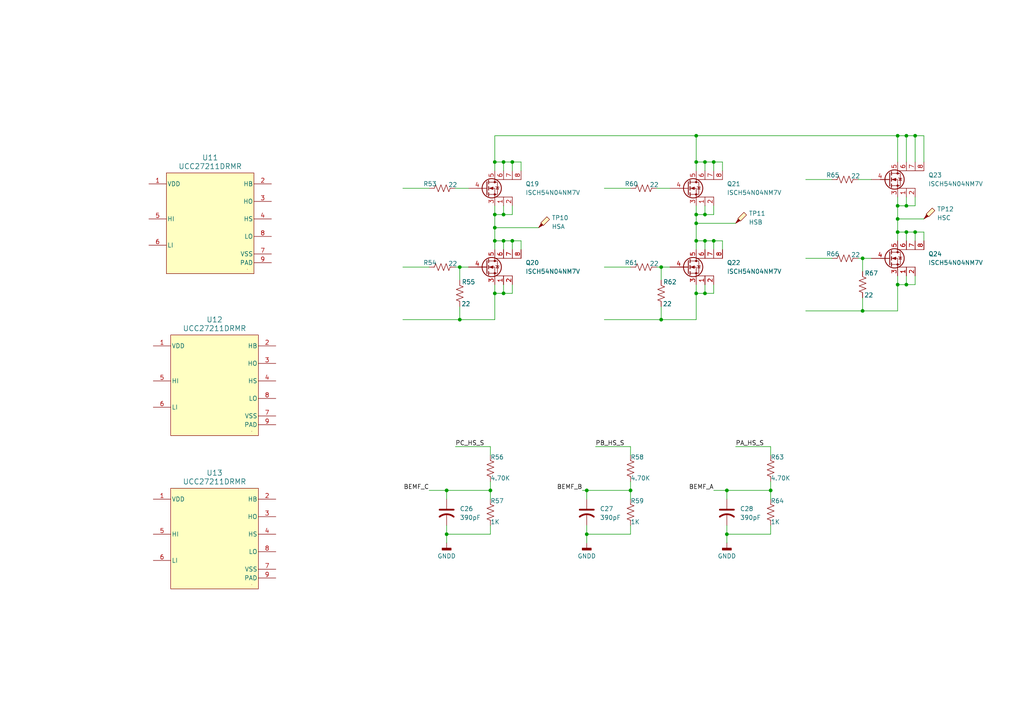
<source format=kicad_sch>
(kicad_sch (version 20250114) (generator "eeschema") (generator_version "9.0")
  (paper "A4")
  (lib_symbols
    (symbol "AzizFaozi:ISCH54N04NM7V" (pin_names (offset 0) (hide yes))
      (property "Reference" "Q" (at 5.08 1.905 0))
      (property "Value" "ISCH54N04NM7V" (at 5.08 0 0))
      (symbol "ISCH54N04NM7V_0_1"
        (polyline (pts (xy 0.254 1.905) (xy 0.254 -1.905)) (stroke (width 0.254)))
        (polyline (pts (xy 0.254 0) (xy -2.54 0)))
        (polyline (pts (xy 0.762 2.286) (xy 0.762 1.27)) (stroke (width 0.254)))
        (polyline (pts (xy 0.762 0.508) (xy 0.762 -0.508)) (stroke (width 0.254)))
        (polyline (pts (xy 0.762 -1.27) (xy 0.762 -2.286)) (stroke (width 0.254)))
        (polyline (pts (xy 0.762 -1.778) (xy 3.302 -1.778) (xy 3.302 1.778) (xy 0.762 1.778)))
        (polyline (pts (xy 1.016 0) (xy 2.032 0.381) (xy 2.032 -0.381) (xy 1.016 0)) (fill (type outline)))
        (circle (center 1.651 0) (radius 2.794) (stroke (width 0.254)))
        (polyline (pts (xy 2.54 2.54) (xy 2.54 1.778)))
        (circle (center 2.54 1.778) (radius 0.254) (fill (type outline)))
        (circle (center 2.54 -1.778) (radius 0.254) (fill (type outline)))
        (polyline (pts (xy 2.54 -2.54) (xy 2.54 0) (xy 0.762 0)))
        (polyline (pts (xy 2.794 0.508) (xy 2.921 0.381) (xy 3.683 0.381) (xy 3.81 0.254)))
        (polyline (pts (xy 3.302 0.381) (xy 2.921 -0.254) (xy 3.683 -0.254) (xy 3.302 0.381)))
        (polyline (pts (xy 7.62 -2.54) (xy 2.54 -2.54)))
        (polyline (pts (xy 10.16 2.54) (xy 2.54 2.54)))
      )
      (symbol "ISCH54N04NM7V_1_0"
        (pin input line (at 7.62 5.08 270) (length 2.54) (name "D") (number "7"))
        (pin input line (at 10.16 5.08 270) (length 2.54) (name "D") (number "8"))
      )
      (symbol "ISCH54N04NM7V_1_1"
        (pin input line (at -5.08 0 0) (length 5.08) (name "G") (number "4"))
        (pin passive line (at 2.54 5.08 270) (length 2.54) (name "D") (number "5"))
        (pin passive line (at 2.54 -5.08 90) (length 2.54) (name "S") (number "3"))
        (pin input line (at 5.08 5.08 270) (length 2.54) (name "D") (number "6"))
        (pin passive line (at 5.08 -5.08 90) (length 2.54) (name "S") (number "1"))
        (pin passive line (at 7.62 -5.08 90) (length 2.54) (name "S") (number "2"))
      )
    )
    (symbol "Connector:TestPoint_Probe" (pin_numbers (hide yes)) (pin_names (offset 0.762) (hide yes))
      (property "Reference" "TP" (at 1.651 5.842 0))
      (property "Value" "TestPoint_Probe" (at 1.651 4.064 0))
      (symbol "TestPoint_Probe_0_1"
        (polyline (pts (xy 1.27 0.762) (xy 0 0) (xy 0.762 1.27) (xy 1.27 0.762)) (fill (type outline)))
        (polyline (pts (xy 1.397 0.635) (xy 0.635 1.397) (xy 2.413 3.175) (xy 3.175 2.413) (xy 1.397 0.635)) (fill (type background)))
      )
      (symbol "TestPoint_Probe_1_1"
        (pin passive line (at 0 0 90) (length 0) (name "1") (number "1"))
      )
    )
    (symbol "Device:C_US" (pin_numbers (hide yes)) (pin_names (offset 0.254) (hide yes))
      (property "Reference" "C" (at 0.635 2.54 0))
      (property "Value" "C_US" (at 0.635 -2.54 0))
      (symbol "C_US_0_1"
        (polyline (pts (xy -2.032 0.762) (xy 2.032 0.762)) (stroke (width 0.508)))
        (arc (start -2.032 -1.27) (mid 0 -0.5572) (end 2.032 -1.27) (stroke (width 0.508)))
      )
      (symbol "C_US_1_1"
        (pin passive line (at 0 3.81 270) (length 2.794) (name "~") (number "1"))
        (pin passive line (at 0 -3.81 90) (length 3.302) (name "~") (number "2"))
      )
    )
    (symbol "Device:R_US" (pin_numbers (hide yes)) (pin_names (offset 0))
      (property "Reference" "R" (at 2.54 0 90))
      (property "Value" "R_US" (at -2.54 0 90))
      (symbol "R_US_0_1"
        (polyline (pts (xy 0 2.286) (xy 0 2.54)))
        (polyline (pts (xy 0 2.286) (xy 1.016 1.905) (xy 0 1.524) (xy -1.016 1.143) (xy 0 0.762)))
        (polyline (pts (xy 0 0.762) (xy 1.016 0.381) (xy 0 0) (xy -1.016 -0.381) (xy 0 -0.762)))
        (polyline (pts (xy 0 -0.762) (xy 1.016 -1.143) (xy 0 -1.524) (xy -1.016 -1.905) (xy 0 -2.286)))
        (polyline (pts (xy 0 -2.286) (xy 0 -2.54)))
      )
      (symbol "R_US_1_1"
        (pin passive line (at 0 3.81 270) (length 1.27) (name "~") (number "1"))
        (pin passive line (at 0 -3.81 90) (length 1.27) (name "~") (number "2"))
      )
    )
    (symbol "droneUltimate:UCC27211DRMR" (pin_names (offset 0.254))
      (property "Reference" "U" (at 0 2.54 0))
      (property "Value" "UCC27211DRMR" (at 0 0 0))
      (symbol "UCC27211DRMR_0_1"
        (pin power_in line (at -17.78 10.16 0) (length 5.08) (name "VDD") (number "1"))
        (pin input line (at -17.78 0 0) (length 5.08) (name "HI") (number "5"))
        (pin input line (at -17.78 -7.62 0) (length 5.08) (name "LI") (number "6"))
        (pin power_in line (at 17.78 10.16 180) (length 5.08) (name "HB") (number "2"))
        (pin output line (at 17.78 5.08 180) (length 5.08) (name "HO") (number "3"))
        (pin power_in line (at 17.78 0 180) (length 5.08) (name "HS") (number "4"))
        (pin output line (at 17.78 -5.08 180) (length 5.08) (name "LO") (number "8"))
        (pin power_in line (at 17.78 -10.16 180) (length 5.08) (name "VSS") (number "7"))
        (pin unspecified line (at 17.78 -12.7 180) (length 5.08) (name "PAD") (number "9"))
      )
      (symbol "UCC27211DRMR_1_1"
        (rectangle (start -12.7 13.335) (end 12.7 -15.875) (fill (type background)))
        (rectangle (start 10.795 -14.605) (end 10.795 -14.605))
      )
    )
    (symbol "power:GNDD" (power) (pin_numbers (hide yes)) (pin_names (offset 0) (hide yes))
      (property "Value" "GNDD" (at 0 -3.175 0))
      (symbol "GNDD_0_1"
        (rectangle (start -1.27 -1.524) (end 1.27 -2.032) (stroke (width 0.254)) (fill (type outline)))
        (polyline (pts (xy 0 0) (xy 0 -1.524)))
      )
      (symbol "GNDD_1_1"
        (pin power_in line (at 0 0 270) (length 0) (name "~") (number "1"))
      )
    )
  )
  (junction (at 201.93 64.77))
  (junction (at 170.18 142.24))
  (junction (at 260.35 59.69))
  (junction (at 262.89 67.31))
  (junction (at 143.51 62.23))
  (junction (at 210.82 142.24))
  (junction (at 143.51 66.04))
  (junction (at 262.89 82.55))
  (junction (at 146.05 69.85))
  (junction (at 142.24 142.24))
  (junction (at 170.18 154.94))
  (junction (at 204.47 62.23))
  (junction (at 133.35 92.71))
  (junction (at 201.93 69.85))
  (junction (at 146.05 62.23))
  (junction (at 191.77 77.47))
  (junction (at 146.05 46.99))
  (junction (at 260.35 82.55))
  (junction (at 143.51 69.85))
  (junction (at 210.82 154.94))
  (junction (at 204.47 46.99))
  (junction (at 133.35 77.47))
  (junction (at 204.47 85.09))
  (junction (at 143.51 46.99))
  (junction (at 201.93 46.99))
  (junction (at 260.35 67.31))
  (junction (at 201.93 62.23))
  (junction (at 201.93 39.37))
  (junction (at 207.01 69.85))
  (junction (at 191.77 92.71))
  (junction (at 129.54 142.24))
  (junction (at 262.89 59.69))
  (junction (at 265.43 39.37))
  (junction (at 260.35 39.37))
  (junction (at 265.43 67.31))
  (junction (at 148.59 46.99))
  (junction (at 250.19 74.93))
  (junction (at 262.89 39.37))
  (junction (at 182.88 142.24))
  (junction (at 146.05 85.09))
  (junction (at 201.93 85.09))
  (junction (at 223.52 142.24))
  (junction (at 207.01 46.99))
  (junction (at 143.51 85.09))
  (junction (at 148.59 69.85))
  (junction (at 129.54 154.94))
  (junction (at 250.19 90.17))
  (junction (at 260.35 63.5))
  (junction (at 204.47 69.85))
  (wire (pts (xy 262.89 67.31) (xy 260.35 67.31)))
  (wire (pts (xy 262.89 80.01) (xy 262.89 82.55)))
  (wire (pts (xy 175.26 92.71) (xy 191.77 92.71)))
  (wire (pts (xy 262.89 82.55) (xy 260.35 82.55)))
  (wire (pts (xy 260.35 63.5) (xy 260.35 67.31)))
  (wire (pts (xy 124.46 142.24) (xy 129.54 142.24)))
  (wire (pts (xy 233.68 90.17) (xy 250.19 90.17)))
  (wire (pts (xy 260.35 57.15) (xy 260.35 59.69)))
  (wire (pts (xy 204.47 85.09) (xy 201.93 85.09)))
  (wire (pts (xy 201.93 46.99) (xy 201.93 49.53)))
  (wire (pts (xy 129.54 142.24) (xy 142.24 142.24)))
  (wire (pts (xy 132.08 129.54) (xy 142.24 129.54)))
  (wire (pts (xy 267.97 39.37) (xy 267.97 46.99)))
  (wire (pts (xy 170.18 142.24) (xy 182.88 142.24)))
  (wire (pts (xy 204.47 46.99) (xy 204.47 49.53)))
  (wire (pts (xy 143.51 59.69) (xy 143.51 62.23)))
  (wire (pts (xy 260.35 80.01) (xy 260.35 82.55)))
  (wire (pts (xy 267.97 67.31) (xy 265.43 67.31)))
  (wire (pts (xy 210.82 154.94) (xy 210.82 157.48)))
  (wire (pts (xy 129.54 152.4) (xy 129.54 154.94)))
  (wire (pts (xy 233.68 74.93) (xy 241.3 74.93)))
  (wire (pts (xy 223.52 152.4) (xy 223.52 154.94)))
  (wire (pts (xy 132.08 77.47) (xy 133.35 77.47)))
  (wire (pts (xy 207.01 59.69) (xy 207.01 62.23)))
  (wire (pts (xy 143.51 66.04) (xy 156.21 66.04)))
  (wire (pts (xy 175.26 54.61) (xy 182.88 54.61)))
  (wire (pts (xy 182.88 152.4) (xy 182.88 154.94)))
  (wire (pts (xy 207.01 82.55) (xy 207.01 85.09)))
  (wire (pts (xy 262.89 59.69) (xy 260.35 59.69)))
  (wire (pts (xy 133.35 92.71) (xy 143.51 92.71)))
  (wire (pts (xy 260.35 39.37) (xy 262.89 39.37)))
  (wire (pts (xy 223.52 142.24) (xy 223.52 144.78)))
  (wire (pts (xy 223.52 139.7) (xy 223.52 142.24)))
  (wire (pts (xy 168.91 142.24) (xy 170.18 142.24)))
  (wire (pts (xy 146.05 69.85) (xy 143.51 69.85)))
  (wire (pts (xy 175.26 77.47) (xy 182.88 77.47)))
  (wire (pts (xy 262.89 39.37) (xy 265.43 39.37)))
  (wire (pts (xy 209.55 72.39) (xy 209.55 69.85)))
  (wire (pts (xy 250.19 86.36) (xy 250.19 90.17)))
  (wire (pts (xy 265.43 67.31) (xy 262.89 67.31)))
  (wire (pts (xy 201.93 82.55) (xy 201.93 85.09)))
  (wire (pts (xy 201.93 85.09) (xy 201.93 92.71)))
  (wire (pts (xy 265.43 82.55) (xy 262.89 82.55)))
  (wire (pts (xy 223.52 132.08) (xy 223.52 129.54)))
  (wire (pts (xy 143.51 66.04) (xy 143.51 69.85)))
  (wire (pts (xy 204.47 82.55) (xy 204.47 85.09)))
  (wire (pts (xy 146.05 46.99) (xy 143.51 46.99)))
  (wire (pts (xy 148.59 46.99) (xy 146.05 46.99)))
  (wire (pts (xy 267.97 69.85) (xy 267.97 67.31)))
  (wire (pts (xy 209.55 46.99) (xy 207.01 46.99)))
  (wire (pts (xy 190.5 54.61) (xy 194.31 54.61)))
  (wire (pts (xy 260.35 82.55) (xy 260.35 90.17)))
  (wire (pts (xy 182.88 142.24) (xy 182.88 144.78)))
  (wire (pts (xy 116.84 77.47) (xy 124.46 77.47)))
  (wire (pts (xy 250.19 90.17) (xy 260.35 90.17)))
  (wire (pts (xy 207.01 62.23) (xy 204.47 62.23)))
  (wire (pts (xy 143.51 69.85) (xy 143.51 72.39)))
  (wire (pts (xy 265.43 80.01) (xy 265.43 82.55)))
  (wire (pts (xy 209.55 69.85) (xy 207.01 69.85)))
  (wire (pts (xy 248.92 52.07) (xy 252.73 52.07)))
  (wire (pts (xy 260.35 67.31) (xy 260.35 69.85)))
  (wire (pts (xy 250.19 78.74) (xy 250.19 74.93)))
  (wire (pts (xy 207.01 69.85) (xy 204.47 69.85)))
  (wire (pts (xy 116.84 54.61) (xy 124.46 54.61)))
  (wire (pts (xy 207.01 85.09) (xy 204.47 85.09)))
  (wire (pts (xy 248.92 74.93) (xy 250.19 74.93)))
  (wire (pts (xy 207.01 69.85) (xy 207.01 72.39)))
  (wire (pts (xy 142.24 152.4) (xy 142.24 154.94)))
  (wire (pts (xy 190.5 77.47) (xy 191.77 77.47)))
  (wire (pts (xy 142.24 132.08) (xy 142.24 129.54)))
  (wire (pts (xy 170.18 154.94) (xy 170.18 157.48)))
  (wire (pts (xy 204.47 69.85) (xy 201.93 69.85)))
  (wire (pts (xy 142.24 142.24) (xy 142.24 144.78)))
  (wire (pts (xy 207.01 142.24) (xy 210.82 142.24)))
  (wire (pts (xy 148.59 69.85) (xy 146.05 69.85)))
  (wire (pts (xy 201.93 62.23) (xy 201.93 64.77)))
  (wire (pts (xy 148.59 62.23) (xy 146.05 62.23)))
  (wire (pts (xy 142.24 139.7) (xy 142.24 142.24)))
  (wire (pts (xy 170.18 144.78) (xy 170.18 142.24)))
  (wire (pts (xy 204.47 62.23) (xy 201.93 62.23)))
  (wire (pts (xy 143.51 39.37) (xy 201.93 39.37)))
  (wire (pts (xy 191.77 88.9) (xy 191.77 92.71)))
  (wire (pts (xy 213.36 64.77) (xy 201.93 64.77)))
  (wire (pts (xy 210.82 142.24) (xy 223.52 142.24)))
  (wire (pts (xy 191.77 81.28) (xy 191.77 77.47)))
  (wire (pts (xy 210.82 154.94) (xy 223.52 154.94)))
  (wire (pts (xy 146.05 62.23) (xy 143.51 62.23)))
  (wire (pts (xy 146.05 69.85) (xy 146.05 72.39)))
  (wire (pts (xy 146.05 82.55) (xy 146.05 85.09)))
  (wire (pts (xy 129.54 154.94) (xy 142.24 154.94)))
  (wire (pts (xy 262.89 67.31) (xy 262.89 69.85)))
  (wire (pts (xy 143.51 49.53) (xy 143.51 46.99)))
  (wire (pts (xy 204.47 69.85) (xy 204.47 72.39)))
  (wire (pts (xy 210.82 144.78) (xy 210.82 142.24)))
  (wire (pts (xy 148.59 46.99) (xy 148.59 49.53)))
  (wire (pts (xy 143.51 85.09) (xy 143.51 92.71)))
  (wire (pts (xy 182.88 132.08) (xy 182.88 129.54)))
  (wire (pts (xy 260.35 39.37) (xy 260.35 46.99)))
  (wire (pts (xy 172.72 129.54) (xy 182.88 129.54)))
  (wire (pts (xy 133.35 81.28) (xy 133.35 77.47)))
  (wire (pts (xy 143.51 62.23) (xy 143.51 66.04)))
  (wire (pts (xy 170.18 152.4) (xy 170.18 154.94)))
  (wire (pts (xy 191.77 77.47) (xy 194.31 77.47)))
  (wire (pts (xy 146.05 46.99) (xy 146.05 49.53)))
  (wire (pts (xy 151.13 72.39) (xy 151.13 69.85)))
  (wire (pts (xy 210.82 152.4) (xy 210.82 154.94)))
  (wire (pts (xy 151.13 49.53) (xy 151.13 46.99)))
  (wire (pts (xy 213.36 129.54) (xy 223.52 129.54)))
  (wire (pts (xy 260.35 59.69) (xy 260.35 63.5)))
  (wire (pts (xy 146.05 59.69) (xy 146.05 62.23)))
  (wire (pts (xy 265.43 57.15) (xy 265.43 59.69)))
  (wire (pts (xy 201.93 39.37) (xy 260.35 39.37)))
  (wire (pts (xy 143.51 46.99) (xy 143.51 39.37)))
  (wire (pts (xy 116.84 92.71) (xy 133.35 92.71)))
  (wire (pts (xy 233.68 52.07) (xy 241.3 52.07)))
  (wire (pts (xy 201.93 69.85) (xy 201.93 72.39)))
  (wire (pts (xy 148.59 82.55) (xy 148.59 85.09)))
  (wire (pts (xy 143.51 82.55) (xy 143.51 85.09)))
  (wire (pts (xy 204.47 59.69) (xy 204.47 62.23)))
  (wire (pts (xy 129.54 154.94) (xy 129.54 157.48)))
  (wire (pts (xy 148.59 69.85) (xy 148.59 72.39)))
  (wire (pts (xy 201.93 39.37) (xy 201.93 46.99)))
  (wire (pts (xy 170.18 154.94) (xy 182.88 154.94)))
  (wire (pts (xy 133.35 77.47) (xy 135.89 77.47)))
  (wire (pts (xy 262.89 57.15) (xy 262.89 59.69)))
  (wire (pts (xy 260.35 63.5) (xy 267.97 63.5)))
  (wire (pts (xy 262.89 39.37) (xy 262.89 46.99)))
  (wire (pts (xy 151.13 46.99) (xy 148.59 46.99)))
  (wire (pts (xy 265.43 39.37) (xy 267.97 39.37)))
  (wire (pts (xy 148.59 59.69) (xy 148.59 62.23)))
  (wire (pts (xy 129.54 144.78) (xy 129.54 142.24)))
  (wire (pts (xy 265.43 59.69) (xy 262.89 59.69)))
  (wire (pts (xy 151.13 69.85) (xy 148.59 69.85)))
  (wire (pts (xy 250.19 74.93) (xy 252.73 74.93)))
  (wire (pts (xy 204.47 46.99) (xy 201.93 46.99)))
  (wire (pts (xy 132.08 54.61) (xy 135.89 54.61)))
  (wire (pts (xy 148.59 85.09) (xy 146.05 85.09)))
  (wire (pts (xy 207.01 46.99) (xy 204.47 46.99)))
  (wire (pts (xy 201.93 64.77) (xy 201.93 69.85)))
  (wire (pts (xy 209.55 49.53) (xy 209.55 46.99)))
  (wire (pts (xy 201.93 59.69) (xy 201.93 62.23)))
  (wire (pts (xy 265.43 67.31) (xy 265.43 69.85)))
  (wire (pts (xy 146.05 85.09) (xy 143.51 85.09)))
  (wire (pts (xy 133.35 88.9) (xy 133.35 92.71)))
  (wire (pts (xy 191.77 92.71) (xy 201.93 92.71)))
  (wire (pts (xy 207.01 46.99) (xy 207.01 49.53)))
  (wire (pts (xy 265.43 39.37) (xy 265.43 46.99)))
  (wire (pts (xy 182.88 139.7) (xy 182.88 142.24)))
  (label "PC_HS_S" (at 132.08 129.54 0))
  (label "BEMF_B" (at 168.91 142.24 180))
  (label "PA_HS_S" (at 213.36 129.54 0))
  (label "PB_HS_S" (at 172.72 129.54 0))
  (label "BEMF_A" (at 207.01 142.24 180))
  (label "BEMF_C" (at 124.46 142.24 180))
  (symbol (lib_id "Connector:TestPoint_Probe") (at 213.36 64.77 0) (unit 1)
    (property "Reference" "TP11" (at 217.17 61.9124 0) (effects (justify left)))
    (property "Value" "HSB" (at 217.17 64.4524 0) (effects (justify left)))
    (property "Footprint" "MountingHole:MountingHole_2.2mm_M2_Pad" (effects (hide yes)))
    (property "Description" "test point (alternative probe-style design)" (effects (hide yes)))
  )
  (symbol (lib_id "Connector:TestPoint_Probe") (at 156.21 66.04 0) (unit 1)
    (property "Reference" "TP10" (at 160.02 63.1824 0) (effects (justify left)))
    (property "Value" "HSA" (at 160.02 65.7224 0) (effects (justify left)))
    (property "Footprint" "MountingHole:MountingHole_2.2mm_M2_Pad" (effects (hide yes)))
    (property "Description" "test point (alternative probe-style design)" (effects (hide yes)))
  )
  (symbol (lib_id "AzizFaozi:ISCH54N04NM7V") (at 199.39 77.47 0) (unit 1)
    (property "Reference" "Q22" (at 210.82 76.1999 0) (effects (justify left)))
    (property "Value" "ISCH54N04NM7V" (at 210.82 78.7399 0) (effects (justify left)))
    (property "Footprint" "footprints:PG-TDSON-8_L5.0-W6.0-P1.27-BL-EP" (effects (hide yes)))
    (property "Datasheet" "http://www.infineon.com/dgdl/Infineon-BSC028N06LS3-DS-v02_02-en.pdf?fileId=db3a30431ddc9372011ebafa4c607f8c" (effects (hide yes)))
    (property "Description" "100A Id, 60V Vds, OptiMOS N-Channel Power MOSFET, 2.8mOhm Ron, Qg (typ) 31.0nC, PG-TDSON-8" (effects (hide yes)))
  )
  (symbol (lib_id "AzizFaozi:ISCH54N04NM7V") (at 199.39 54.61 0) (unit 1)
    (property "Reference" "Q21" (at 210.82 53.3399 0) (effects (justify left)))
    (property "Value" "ISCH54N04NM7V" (at 210.82 55.8799 0) (effects (justify left)))
    (property "Footprint" "footprints:PG-TDSON-8_L5.0-W6.0-P1.27-BL-EP" (effects (hide yes)))
    (property "Datasheet" "http://www.infineon.com/dgdl/Infineon-BSC028N06LS3-DS-v02_02-en.pdf?fileId=db3a30431ddc9372011ebafa4c607f8c" (effects (hide yes)))
    (property "Description" "100A Id, 60V Vds, OptiMOS N-Channel Power MOSFET, 2.8mOhm Ron, Qg (typ) 31.0nC, PG-TDSON-8" (effects (hide yes)))
  )
  (symbol (lib_id "Device:R_US") (at 223.52 148.59 0) (unit 1)
    (property "Reference" "R64" (at 223.52 145.288 0) (effects (justify left)))
    (property "Value" "1K" (at 223.52 151.384 0) (effects (justify left)))
    (property "Description" "Resistor, US symbol" (effects (hide yes)))
  )
  (symbol (lib_id "Device:R_US") (at 245.11 74.93 90) (unit 1)
    (property "Reference" "R66" (at 241.554 73.66 90))
    (property "Value" "22" (at 248.158 73.914 90))
    (property "Description" "Resistor, US symbol" (effects (hide yes)))
  )
  (symbol (lib_id "Device:R_US") (at 142.24 135.89 0) (unit 1)
    (property "Reference" "R56" (at 142.24 132.588 0) (effects (justify left)))
    (property "Value" "4.70K" (at 142.24 138.684 0) (effects (justify left)))
    (property "Description" "Resistor, US symbol" (effects (hide yes)))
  )
  (symbol (lib_id "power:GNDD") (at 170.18 157.48 0) (unit 1)
    (property "Reference" "#PWR053" (effects (hide yes)))
    (property "Value" "GNDD" (at 170.18 161.29 0))
    (property "Description" "Power symbol creates a global label with name \"GNDD\" , digital ground" (effects (hide yes)))
  )
  (symbol (lib_id "power:GNDD") (at 210.82 157.48 0) (unit 1)
    (property "Reference" "#PWR054" (effects (hide yes)))
    (property "Value" "GNDD" (at 210.82 161.29 0))
    (property "Description" "Power symbol creates a global label with name \"GNDD\" , digital ground" (effects (hide yes)))
  )
  (symbol (lib_id "Device:R_US") (at 182.88 135.89 0) (unit 1)
    (property "Reference" "R58" (at 182.88 132.588 0) (effects (justify left)))
    (property "Value" "4.70K" (at 182.88 138.684 0) (effects (justify left)))
    (property "Description" "Resistor, US symbol" (effects (hide yes)))
  )
  (symbol (lib_id "droneUltimate:UCC27211DRMR") (at 62.23 110.49 0) (unit 1)
    (property "Reference" "U12" (at 62.23 92.71 0) (effects (font (size 1.524 1.524))))
    (property "Value" "UCC27211DRMR" (at 62.23 95.25 0) (effects (font (size 1.524 1.524))))
    (property "Footprint" "footprints:VSON-8_L4.0-W4.0-P0.80-TL-EP" (effects (hide yes)))
    (property "Datasheet" "https://www.ti.com/lit/gpn/ucc27211" (effects (hide yes)))
    (property "lcsc_id" "C1848363" (effects (hide yes)))
    (property "price" "1.57" (effects (hide yes)))
  )
  (symbol (lib_id "Device:R_US") (at 186.69 54.61 90) (unit 1)
    (property "Reference" "R60" (at 183.134 53.34 90))
    (property "Value" "22" (at 189.738 53.594 90))
    (property "Description" "Resistor, US symbol" (effects (hide yes)))
  )
  (symbol (lib_id "Device:R_US") (at 133.35 85.09 0) (unit 1)
    (property "Reference" "R55" (at 135.89 81.788 0))
    (property "Value" "22" (at 135.128 88.138 0))
    (property "Description" "Resistor, US symbol" (effects (hide yes)))
  )
  (symbol (lib_id "Connector:TestPoint_Probe") (at 267.97 63.5 0) (unit 1)
    (property "Reference" "TP12" (at 271.78 60.6424 0) (effects (justify left)))
    (property "Value" "HSC" (at 271.78 63.1824 0) (effects (justify left)))
    (property "Footprint" "MountingHole:MountingHole_2.2mm_M2_Pad" (effects (hide yes)))
    (property "Description" "test point (alternative probe-style design)" (effects (hide yes)))
  )
  (symbol (lib_id "Device:R_US") (at 128.27 77.47 90) (unit 1)
    (property "Reference" "R54" (at 124.714 76.2 90))
    (property "Value" "22" (at 131.318 76.454 90))
    (property "Description" "Resistor, US symbol" (effects (hide yes)))
  )
  (symbol (lib_id "Device:C_US") (at 210.82 148.59 0) (unit 1)
    (property "Reference" "C28" (at 214.63 147.5739 0) (effects (justify left)))
    (property "Value" "390pF" (at 214.63 150.1139 0) (effects (justify left)))
    (property "Description" "capacitor, US symbol" (effects (hide yes)))
  )
  (symbol (lib_id "AzizFaozi:ISCH54N04NM7V") (at 257.81 52.07 0) (unit 1)
    (property "Reference" "Q23" (at 269.24 50.7999 0) (effects (justify left)))
    (property "Value" "ISCH54N04NM7V" (at 269.24 53.3399 0) (effects (justify left)))
    (property "Footprint" "footprints:PG-TDSON-8_L5.0-W6.0-P1.27-BL-EP" (effects (hide yes)))
    (property "Datasheet" "http://www.infineon.com/dgdl/Infineon-BSC028N06LS3-DS-v02_02-en.pdf?fileId=db3a30431ddc9372011ebafa4c607f8c" (effects (hide yes)))
    (property "Description" "100A Id, 60V Vds, OptiMOS N-Channel Power MOSFET, 2.8mOhm Ron, Qg (typ) 31.0nC, PG-TDSON-8" (effects (hide yes)))
  )
  (symbol (lib_id "AzizFaozi:ISCH54N04NM7V") (at 140.97 77.47 0) (unit 1)
    (property "Reference" "Q20" (at 152.4 76.1999 0) (effects (justify left)))
    (property "Value" "ISCH54N04NM7V" (at 152.4 78.7399 0) (effects (justify left)))
    (property "Footprint" "footprints:PG-TDSON-8_L5.0-W6.0-P1.27-BL-EP" (effects (hide yes)))
    (property "Datasheet" "http://www.infineon.com/dgdl/Infineon-BSC028N06LS3-DS-v02_02-en.pdf?fileId=db3a30431ddc9372011ebafa4c607f8c" (effects (hide yes)))
    (property "Description" "100A Id, 60V Vds, OptiMOS N-Channel Power MOSFET, 2.8mOhm Ron, Qg (typ) 31.0nC, PG-TDSON-8" (effects (hide yes)))
  )
  (symbol (lib_id "power:GNDD") (at 129.54 157.48 0) (unit 1)
    (property "Reference" "#PWR052" (effects (hide yes)))
    (property "Value" "GNDD" (at 129.54 161.29 0))
    (property "Description" "Power symbol creates a global label with name \"GNDD\" , digital ground" (effects (hide yes)))
  )
  (symbol (lib_id "Device:R_US") (at 182.88 148.59 0) (unit 1)
    (property "Reference" "R59" (at 182.88 145.288 0) (effects (justify left)))
    (property "Value" "1K" (at 182.88 151.384 0) (effects (justify left)))
    (property "Description" "Resistor, US symbol" (effects (hide yes)))
  )
  (symbol (lib_id "Device:R_US") (at 191.77 85.09 0) (unit 1)
    (property "Reference" "R62" (at 194.31 81.788 0))
    (property "Value" "22" (at 193.548 88.138 0))
    (property "Description" "Resistor, US symbol" (effects (hide yes)))
  )
  (symbol (lib_id "Device:R_US") (at 245.11 52.07 90) (unit 1)
    (property "Reference" "R65" (at 241.554 50.8 90))
    (property "Value" "22" (at 248.158 51.054 90))
    (property "Description" "Resistor, US symbol" (effects (hide yes)))
  )
  (symbol (lib_id "Device:R_US") (at 128.27 54.61 90) (unit 1)
    (property "Reference" "R53" (at 124.714 53.34 90))
    (property "Value" "22" (at 131.318 53.594 90))
    (property "Description" "Resistor, US symbol" (effects (hide yes)))
  )
  (symbol (lib_id "AzizFaozi:ISCH54N04NM7V") (at 140.97 54.61 0) (unit 1)
    (property "Reference" "Q19" (at 152.4 53.3399 0) (effects (justify left)))
    (property "Value" "ISCH54N04NM7V" (at 152.4 55.8799 0) (effects (justify left)))
    (property "Footprint" "footprints:PG-TDSON-8_L5.0-W6.0-P1.27-BL-EP" (effects (hide yes)))
    (property "Datasheet" "http://www.infineon.com/dgdl/Infineon-BSC028N06LS3-DS-v02_02-en.pdf?fileId=db3a30431ddc9372011ebafa4c607f8c" (effects (hide yes)))
    (property "Description" "100A Id, 60V Vds, OptiMOS N-Channel Power MOSFET, 2.8mOhm Ron, Qg (typ) 31.0nC, PG-TDSON-8" (effects (hide yes)))
  )
  (symbol (lib_id "droneUltimate:UCC27211DRMR") (at 62.23 154.94 0) (unit 1)
    (property "Reference" "U13" (at 62.23 137.16 0) (effects (font (size 1.524 1.524))))
    (property "Value" "UCC27211DRMR" (at 62.23 139.7 0) (effects (font (size 1.524 1.524))))
    (property "Footprint" "footprints:VSON-8_L4.0-W4.0-P0.80-TL-EP" (effects (hide yes)))
    (property "Datasheet" "https://www.ti.com/lit/gpn/ucc27211" (effects (hide yes)))
    (property "lcsc_id" "C1848363" (effects (hide yes)))
    (property "price" "1.57" (effects (hide yes)))
  )
  (symbol (lib_id "Device:C_US") (at 129.54 148.59 0) (unit 1)
    (property "Reference" "C26" (at 133.35 147.5739 0) (effects (justify left)))
    (property "Value" "390pF" (at 133.35 150.1139 0) (effects (justify left)))
    (property "Description" "capacitor, US symbol" (effects (hide yes)))
  )
  (symbol (lib_id "AzizFaozi:ISCH54N04NM7V") (at 257.81 74.93 0) (unit 1)
    (property "Reference" "Q24" (at 269.24 73.6599 0) (effects (justify left)))
    (property "Value" "ISCH54N04NM7V" (at 269.24 76.1999 0) (effects (justify left)))
    (property "Footprint" "footprints:PG-TDSON-8_L5.0-W6.0-P1.27-BL-EP" (effects (hide yes)))
    (property "Datasheet" "http://www.infineon.com/dgdl/Infineon-BSC028N06LS3-DS-v02_02-en.pdf?fileId=db3a30431ddc9372011ebafa4c607f8c" (effects (hide yes)))
    (property "Description" "100A Id, 60V Vds, OptiMOS N-Channel Power MOSFET, 2.8mOhm Ron, Qg (typ) 31.0nC, PG-TDSON-8" (effects (hide yes)))
  )
  (symbol (lib_id "Device:C_US") (at 170.18 148.59 0) (unit 1)
    (property "Reference" "C27" (at 173.99 147.5739 0) (effects (justify left)))
    (property "Value" "390pF" (at 173.99 150.1139 0) (effects (justify left)))
    (property "Description" "capacitor, US symbol" (effects (hide yes)))
  )
  (symbol (lib_id "Device:R_US") (at 142.24 148.59 0) (unit 1)
    (property "Reference" "R57" (at 142.24 145.288 0) (effects (justify left)))
    (property "Value" "1K" (at 142.24 151.384 0) (effects (justify left)))
    (property "Description" "Resistor, US symbol" (effects (hide yes)))
  )
  (symbol (lib_id "Device:R_US") (at 223.52 135.89 0) (unit 1)
    (property "Reference" "R63" (at 223.52 132.588 0) (effects (justify left)))
    (property "Value" "4.70K" (at 223.52 138.684 0) (effects (justify left)))
    (property "Description" "Resistor, US symbol" (effects (hide yes)))
  )
  (symbol (lib_id "Device:R_US") (at 250.19 82.55 0) (unit 1)
    (property "Reference" "R67" (at 252.73 79.248 0))
    (property "Value" "22" (at 251.968 85.598 0))
    (property "Description" "Resistor, US symbol" (effects (hide yes)))
  )
  (symbol (lib_id "Device:R_US") (at 186.69 77.47 90) (unit 1)
    (property "Reference" "R61" (at 183.134 76.2 90))
    (property "Value" "22" (at 189.738 76.454 90))
    (property "Description" "Resistor, US symbol" (effects (hide yes)))
  )
  (symbol (lib_id "droneUltimate:UCC27211DRMR") (at 60.96 63.5 0) (unit 1)
    (property "Reference" "U11" (at 60.96 45.72 0) (effects (font (size 1.524 1.524))))
    (property "Value" "UCC27211DRMR" (at 60.96 48.26 0) (effects (font (size 1.524 1.524))))
    (property "Footprint" "footprints:VSON-8_L4.0-W4.0-P0.80-TL-EP" (effects (hide yes)))
    (property "Datasheet" "https://www.ti.com/lit/gpn/ucc27211" (effects (hide yes)))
    (property "lcsc_id" "C1848363" (effects (hide yes)))
    (property "price" "1.57" (effects (hide yes)))
  )
)
</source>
